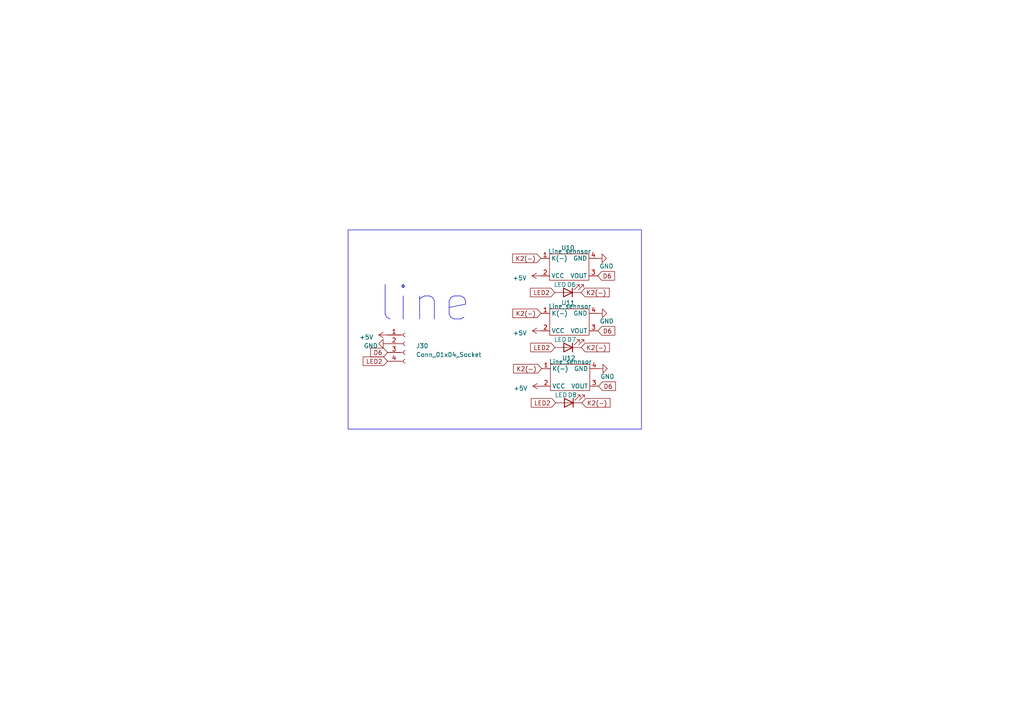
<source format=kicad_sch>
(kicad_sch (version 20230121) (generator eeschema)
  (paper "A4")
  (lib_symbols
    (symbol "Connector:Conn_01x04_Socket" (pin_names (offset 1.016) hide)
      (property "Reference" "J" (at 0 5.08 0))
      (property "Value" "Conn_01x04_Socket" (at 0 -7.62 0))
      (symbol "Conn_01x04_Socket_1_1"
        (arc (start 0 -4.572) (mid -0.5058 -5.08) (end 0 -5.588) (stroke (width 0.1524)))
        (arc (start 0 -2.032) (mid -0.5058 -2.54) (end 0 -3.048) (stroke (width 0.1524)))
        (polyline (pts (xy -1.27 -5.08) (xy -0.508 -5.08)) (stroke (width 0.1524)))
        (polyline (pts (xy -1.27 -2.54) (xy -0.508 -2.54)) (stroke (width 0.1524)))
        (polyline (pts (xy -1.27 0) (xy -0.508 0)) (stroke (width 0.1524)))
        (polyline (pts (xy -1.27 2.54) (xy -0.508 2.54)) (stroke (width 0.1524)))
        (arc (start 0 0.508) (mid -0.5058 0) (end 0 -0.508) (stroke (width 0.1524)))
        (arc (start 0 3.048) (mid -0.5058 2.54) (end 0 2.032) (stroke (width 0.1524)))
        (pin passive line (at -5.08 2.54 0) (length 3.81) (name "Pin_1") (number "1"))
        (pin passive line (at -5.08 0 0) (length 3.81) (name "Pin_2") (number "2"))
        (pin passive line (at -5.08 -2.54 0) (length 3.81) (name "Pin_3") (number "3"))
        (pin passive line (at -5.08 -5.08 0) (length 3.81) (name "Pin_4") (number "4"))
      )
    )
    (symbol "Device:LED" (pin_numbers hide) (pin_names (offset 1.016) hide)
      (property "Reference" "D" (at 0 2.54 0))
      (property "Value" "LED" (at 0 -2.54 0))
      (symbol "LED_0_1"
        (polyline (pts (xy -1.27 -1.27) (xy -1.27 1.27)) (stroke (width 0.254)))
        (polyline (pts (xy -1.27 0) (xy 1.27 0)))
        (polyline (pts (xy 1.27 -1.27) (xy 1.27 1.27) (xy -1.27 0) (xy 1.27 -1.27)) (stroke (width 0.254)))
        (polyline (pts (xy -3.048 -0.762) (xy -4.572 -2.286) (xy -3.81 -2.286) (xy -4.572 -2.286) (xy -4.572 -1.524)))
        (polyline (pts (xy -1.778 -0.762) (xy -3.302 -2.286) (xy -2.54 -2.286) (xy -3.302 -2.286) (xy -3.302 -1.524)))
      )
      (symbol "LED_1_1"
        (pin passive line (at -3.81 0 0) (length 2.54) (name "K") (number "1"))
        (pin passive line (at 3.81 0 180) (length 2.54) (name "A") (number "2"))
      )
    )
    (symbol "Line_Sensor:Line_sennsor"
      (property "Reference" "U" (at 0 1.27 0))
      (property "Value" "Line_sennsor" (at 0 0 0))
      (symbol "Line_sennsor_0_1"
        (rectangle (start -6.35 -1.27) (end 5.08 -8.89))
      )
      (symbol "Line_sennsor_1_1"
        (pin bidirectional line (at -8.89 -2.54 0) (length 2.54) (name "K(-)") (number "1"))
        (pin bidirectional line (at -8.89 -7.62 0) (length 2.54) (name "VCC") (number "2"))
        (pin bidirectional line (at 7.62 -7.62 180) (length 2.54) (name "VOUT") (number "3"))
        (pin bidirectional line (at 7.62 -2.54 180) (length 2.54) (name "GND") (number "4"))
      )
    )
    (symbol "power:+5V" (power) (pin_names (offset 0))
      (property "Value" "+5V" (at 0 3.556 0))
      (symbol "+5V_0_1"
        (polyline (pts (xy -0.762 1.27) (xy 0 2.54)))
        (polyline (pts (xy 0 0) (xy 0 2.54)))
        (polyline (pts (xy 0 2.54) (xy 0.762 1.27)))
      )
      (symbol "+5V_1_1"
        (pin power_in line (at 0 0 90) (length 0) hide (name "+5V") (number "1"))
      )
    )
    (symbol "power:GND" (power) (pin_names (offset 0))
      (property "Value" "GND" (at 0 -3.81 0))
      (symbol "GND_0_1"
        (polyline (pts (xy 0 0) (xy 0 -1.27) (xy 1.27 -1.27) (xy 0 -2.54) (xy -1.27 -1.27) (xy 0 -1.27)))
      )
      (symbol "GND_1_1"
        (pin power_in line (at 0 0 270) (length 0) hide (name "GND") (number "1"))
      )
    )
  )
  (rectangle (start 100.965 66.675) (end 186.055 124.46))
  (text "line" (at 109.22 93.98 0) (effects (font (size 10 10)) (justify left bottom)))
  (global_label "LED2" (shape input) (at 112.395 104.775 180) (property "Intersheetrefs" "${INTERSHEET_REFS}" (effects hide)))
  (global_label "LED2" (shape input) (at 160.909 84.836 180) (property "Intersheetrefs" "${INTERSHEET_REFS}" (effects hide)))
  (global_label "K2(-)" (shape input) (at 168.5984 100.7843 0) (property "Intersheetrefs" "${INTERSHEET_REFS}" (effects hide)))
  (global_label "K2(-)" (shape input) (at 156.845 74.93 180) (property "Intersheetrefs" "${INTERSHEET_REFS}" (effects hide)))
  (global_label "LED2" (shape input) (at 160.9784 100.7843 180) (property "Intersheetrefs" "${INTERSHEET_REFS}" (effects hide)))
  (global_label "K2(-)" (shape input) (at 157.099 106.934 180) (property "Intersheetrefs" "${INTERSHEET_REFS}" (effects hide)))
  (global_label "D6" (shape input) (at 112.395 102.235 180) (property "Intersheetrefs" "${INTERSHEET_REFS}" (effects hide)))
  (global_label "LED2" (shape input) (at 161.163 116.84 180) (property "Intersheetrefs" "${INTERSHEET_REFS}" (effects hide)))
  (global_label "K2(-)" (shape input) (at 156.9144 90.8783 180) (property "Intersheetrefs" "${INTERSHEET_REFS}" (effects hide)))
  (global_label "K2(-)" (shape input) (at 168.783 116.84 0) (property "Intersheetrefs" "${INTERSHEET_REFS}" (effects hide)))
  (global_label "D6" (shape input) (at 173.609 112.014 0) (property "Intersheetrefs" "${INTERSHEET_REFS}" (effects hide)))
  (global_label "D6" (shape input) (at 173.4244 95.9583 0) (property "Intersheetrefs" "${INTERSHEET_REFS}" (effects hide)))
  (global_label "D6" (shape input) (at 173.355 80.01 0) (property "Intersheetrefs" "${INTERSHEET_REFS}" (effects hide)))
  (global_label "K2(-)" (shape input) (at 168.529 84.836 0) (property "Intersheetrefs" "${INTERSHEET_REFS}" (effects hide)))
  (symbol (lib_id "power:+5V") (at 156.845 80.01 90) (unit 1)
    (property "Reference" "#PWR037" (effects hide))
    (property "Value" "+5V" (at 152.7613 80.645 90) (effects (justify left)))
  )
  (symbol (lib_id "power:+5V") (at 112.395 97.155 90) (unit 1)
    (property "Reference" "#PWR0104" (effects hide))
    (property "Value" "+5V" (at 108.3113 97.79 90) (effects (justify left)))
  )
  (symbol (lib_id "power:GND") (at 173.355 74.93 90) (unit 1)
    (property "Reference" "#PWR039" (effects hide))
    (property "Value" "GND" (at 173.863 77.216 90) (effects (justify right)))
  )
  (symbol (lib_id "Connector:Conn_01x04_Socket") (at 117.475 99.695 0) (unit 1)
    (property "Reference" "J30" (at 120.65 100.33 0) (effects (justify left)))
    (property "Value" "Conn_01x04_Socket" (at 120.65 102.87 0) (effects (justify left)))
    (property "Footprint" "Connector_PinHeader_2.54mm:PinHeader_1x04_P2.54mm_Horizontal" (effects hide))
  )
  (symbol (lib_id "power:GND") (at 173.609 106.934 90) (unit 1)
    (property "Reference" "#PWR042" (effects hide))
    (property "Value" "GND" (at 174.117 109.22 90) (effects (justify right)))
  )
  (symbol (lib_id "Device:LED") (at 164.7884 100.7843 180) (unit 1)
    (property "Reference" "D7" (at 165.8044 98.4983 0))
    (property "Value" "LED" (at 162.5024 98.4983 0))
    (property "Footprint" "LED_THT:LED_D5.0mm_Clear" (effects hide))
  )
  (symbol (lib_id "Device:LED") (at 164.719 84.836 180) (unit 1)
    (property "Reference" "D6" (at 165.735 82.55 0))
    (property "Value" "LED" (at 162.433 82.55 0))
    (property "Footprint" "LED_THT:LED_D5.0mm_Clear" (effects hide))
  )
  (symbol (lib_id "power:+5V") (at 156.9144 95.9583 90) (unit 1)
    (property "Reference" "#PWR038" (effects hide))
    (property "Value" "+5V" (at 152.8307 96.5933 90) (effects (justify left)))
  )
  (symbol (lib_id "power:GND") (at 173.4244 90.8783 90) (unit 1)
    (property "Reference" "#PWR040" (effects hide))
    (property "Value" "GND" (at 173.9324 93.1643 90) (effects (justify right)))
  )
  (symbol (lib_id "power:GND") (at 112.395 99.695 270) (unit 1)
    (property "Reference" "#PWR0105" (effects hide))
    (property "Value" "GND" (at 109.601 100.33 90) (effects (justify right)))
  )
  (symbol (lib_id "Line_Sensor:Line_sennsor") (at 165.989 104.394 0) (unit 1)
    (property "Reference" "U12" (at 164.973 103.886 0))
    (property "Value" "Line_sennsor" (at 165.481 104.902 0))
    (property "Footprint" "_Others:S4282-51" (effects hide))
  )
  (symbol (lib_id "Device:LED") (at 164.973 116.84 180) (unit 1)
    (property "Reference" "D8" (at 165.989 114.554 0))
    (property "Value" "LED" (at 162.687 114.554 0))
    (property "Footprint" "LED_THT:LED_D5.0mm_Clear" (effects hide))
  )
  (symbol (lib_id "power:+5V") (at 157.099 112.014 90) (unit 1)
    (property "Reference" "#PWR041" (effects hide))
    (property "Value" "+5V" (at 153.0153 112.649 90) (effects (justify left)))
  )
  (symbol (lib_id "Line_Sensor:Line_sennsor") (at 165.8044 88.3383 0) (unit 1)
    (property "Reference" "U11" (at 164.7884 87.8303 0))
    (property "Value" "Line_sennsor" (at 165.2964 88.8463 0))
    (property "Footprint" "_Others:S4282-51" (effects hide))
  )
  (symbol (lib_id "Line_Sensor:Line_sennsor") (at 165.735 72.39 0) (unit 1)
    (property "Reference" "U10" (at 164.719 71.882 0))
    (property "Value" "Line_sennsor" (at 165.227 72.898 0))
    (property "Footprint" "_Others:S4282-51" (effects hide))
  )
)
</source>
